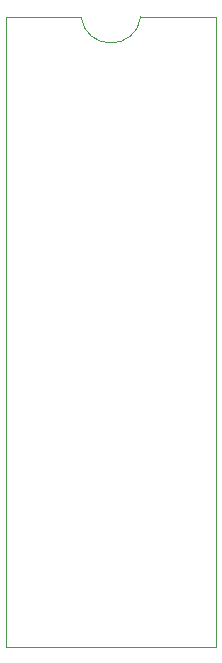
<source format=gbr>
%TF.GenerationSoftware,KiCad,Pcbnew,6.0.2-378541a8eb~116~ubuntu21.10.1*%
%TF.CreationDate,2022-02-13T12:51:08+01:00*%
%TF.ProjectId,QL_IC24,514c5f49-4332-4342-9e6b-696361645f70,00*%
%TF.SameCoordinates,Original*%
%TF.FileFunction,Profile,NP*%
%FSLAX46Y46*%
G04 Gerber Fmt 4.6, Leading zero omitted, Abs format (unit mm)*
G04 Created by KiCad (PCBNEW 6.0.2-378541a8eb~116~ubuntu21.10.1) date 2022-02-13 12:51:08*
%MOMM*%
%LPD*%
G01*
G04 APERTURE LIST*
%TA.AperFunction,Profile*%
%ADD10C,0.100000*%
%TD*%
G04 APERTURE END LIST*
D10*
X130810000Y-119380000D02*
X130810000Y-66040000D01*
X119380000Y-66040000D02*
G75*
G03*
X124460000Y-66040000I2540000J332721D01*
G01*
X119380000Y-66040000D02*
X113030000Y-66040000D01*
X113030000Y-66040000D02*
X113030000Y-119380000D01*
X130810000Y-66040000D02*
X124460000Y-66040000D01*
X113030000Y-119380000D02*
X130810000Y-119380000D01*
M02*

</source>
